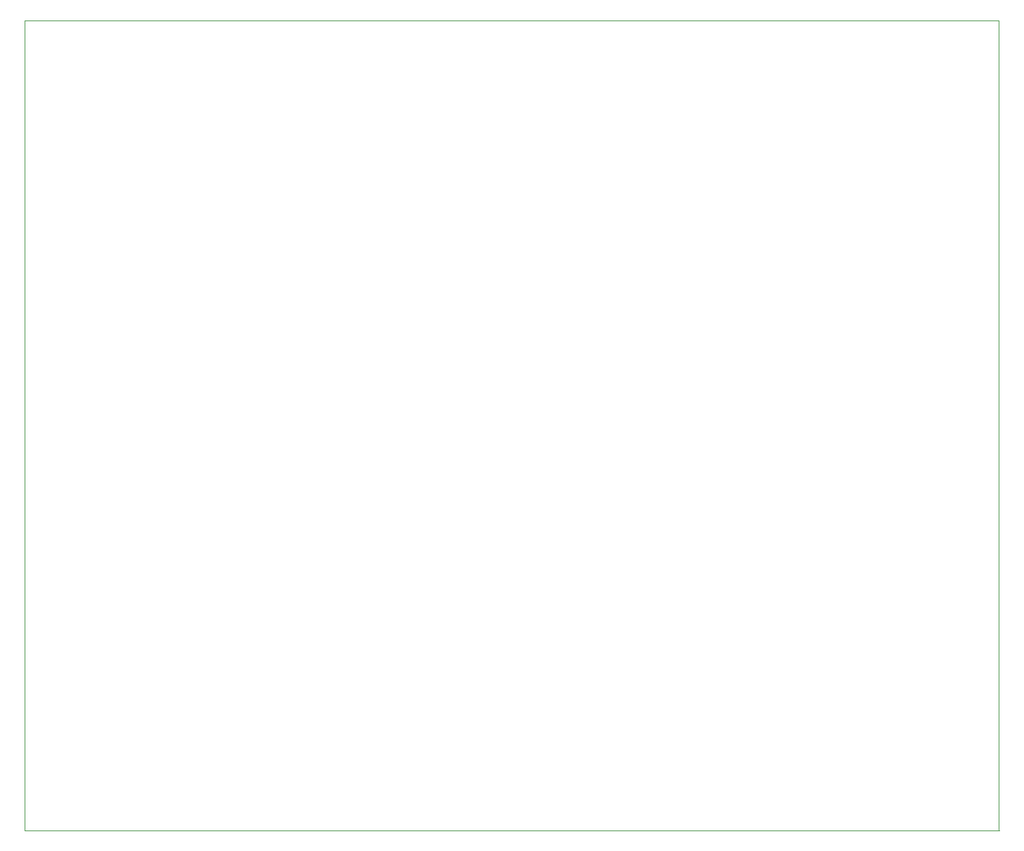
<source format=gbr>
G04 (created by PCBNEW (2013-07-07 BZR 4022)-stable) date 03/02/2018 19:35:14*
%MOIN*%
G04 Gerber Fmt 3.4, Leading zero omitted, Abs format*
%FSLAX34Y34*%
G01*
G70*
G90*
G04 APERTURE LIST*
%ADD10C,0.00590551*%
%ADD11C,0.00393701*%
G04 APERTURE END LIST*
G54D10*
G54D11*
X82100Y-19196D02*
X82100Y-19199D01*
X34650Y-19196D02*
X82100Y-19196D01*
X34650Y-19200D02*
X34650Y-58700D01*
X82100Y-58700D02*
X82100Y-19200D01*
X34650Y-58700D02*
X82150Y-58700D01*
M02*

</source>
